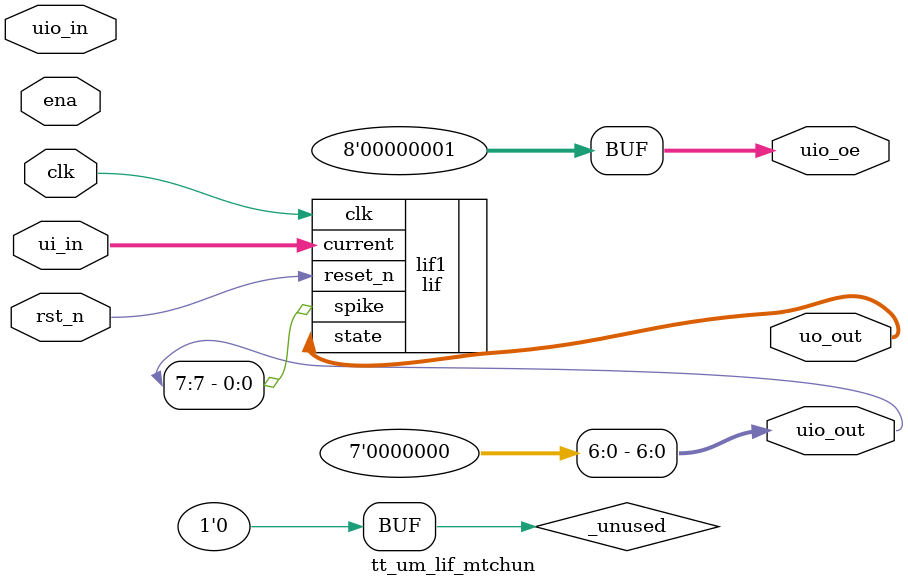
<source format=v>
/*
 * Copyright (c) 2024 Your Name
 * SPDX-License-Identifier: Apache-2.0
 */

`default_nettype none

module tt_um_lif_mtchun (
    input  wire [7:0] ui_in,    // Dedicated inputs
    output wire [7:0] uo_out,   // Dedicated outputs
    input  wire [7:0] uio_in,   // IOs: Input path
    output wire [7:0] uio_out,  // IOs: Output path
    output wire [7:0] uio_oe,   // IOs: Enable path (active high: 0=input, 1=output)
    input  wire       ena,      // always 1 when the design is powered, so you can ignore it
    input  wire       clk,      // clock
    input  wire       rst_n     // reset_n - low to reset
);

  // All output pins must be assigned. If not used, assign to 0.
  assign uio_out[6:0] = 0;
  assign uio_oe  = 1;

  // List all unused inputs to prevent warnings
  wire _unused = &{ena, uio_in, 1'b0};

  // Instantiate lif neuron
  lif lif1 (.current(ui_in), .clk(clk), .reset_n(rst_n), .state(uo_out), .spike(uio_out[7]));

endmodule

</source>
